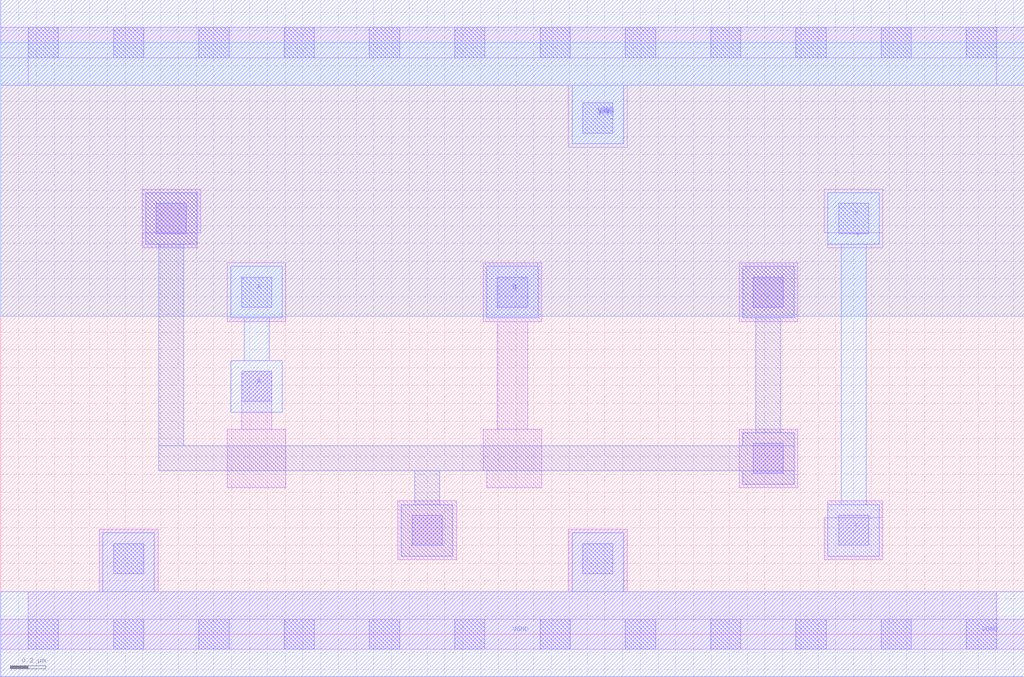
<source format=lef>
VERSION 5.7 ;
  NOWIREEXTENSIONATPIN ON ;
  DIVIDERCHAR "/" ;
  BUSBITCHARS "[]" ;
MACRO OR2X1
  CLASS CORE ;
  FOREIGN OR2X1 ;
  ORIGIN 0.000 0.000 ;
  SIZE 5.760 BY 3.330 ;
  SYMMETRY X Y ;
  SITE unit ;
  PIN A
    ANTENNAGATEAREA 0.189000 ;
    PORT
      LAYER met1 ;
        RECT 1.295 1.780 1.585 2.070 ;
        RECT 1.370 1.540 1.510 1.780 ;
        RECT 1.295 1.250 1.585 1.540 ;
    END
    PORT
      LAYER li1 ;
        RECT 1.275 1.760 1.605 2.090 ;
      LAYER mcon ;
        RECT 1.355 1.840 1.525 2.010 ;
    END
  END A
  PIN B
    ANTENNAGATEAREA 0.189000 ;
    PORT
      LAYER met1 ;
        RECT 2.735 1.780 3.025 2.070 ;
    END
  END B
  PIN VGND
    ANTENNADIFFAREA 0.873600 ;
    PORT
      LAYER met1 ;
        RECT 0.575 0.240 0.865 0.570 ;
        RECT 3.215 0.240 3.505 0.570 ;
        RECT 0.000 -0.240 5.760 0.240 ;
    END
    PORT
      LAYER li1 ;
        RECT 0.555 0.240 0.885 0.590 ;
        RECT 3.195 0.240 3.525 0.590 ;
        RECT 0.155 0.085 5.605 0.240 ;
        RECT 0.000 -0.085 5.760 0.085 ;
      LAYER mcon ;
        RECT 0.635 0.340 0.805 0.510 ;
        RECT 3.275 0.340 3.445 0.510 ;
        RECT 0.155 -0.085 0.325 0.085 ;
        RECT 0.635 -0.085 0.805 0.085 ;
        RECT 1.115 -0.085 1.285 0.085 ;
        RECT 1.595 -0.085 1.765 0.085 ;
        RECT 2.075 -0.085 2.245 0.085 ;
        RECT 2.555 -0.085 2.725 0.085 ;
        RECT 3.035 -0.085 3.205 0.085 ;
        RECT 3.515 -0.085 3.685 0.085 ;
        RECT 3.995 -0.085 4.165 0.085 ;
        RECT 4.475 -0.085 4.645 0.085 ;
        RECT 4.955 -0.085 5.125 0.085 ;
        RECT 5.435 -0.085 5.605 0.085 ;
    END
    PORT
      LAYER met1 ;
        RECT 0.000 3.090 5.760 3.570 ;
        RECT 3.215 2.760 3.505 3.090 ;
    END
  END VGND
  PIN VPWR
    ANTENNADIFFAREA 1.083600 ;
    PORT
      LAYER li1 ;
        RECT 0.000 3.245 5.760 3.415 ;
        RECT 0.155 3.090 5.605 3.245 ;
        RECT 3.195 2.740 3.525 3.090 ;
      LAYER mcon ;
        RECT 0.155 3.245 0.325 3.415 ;
        RECT 0.635 3.245 0.805 3.415 ;
        RECT 1.115 3.245 1.285 3.415 ;
        RECT 1.595 3.245 1.765 3.415 ;
        RECT 2.075 3.245 2.245 3.415 ;
        RECT 2.555 3.245 2.725 3.415 ;
        RECT 3.035 3.245 3.205 3.415 ;
        RECT 3.515 3.245 3.685 3.415 ;
        RECT 3.995 3.245 4.165 3.415 ;
        RECT 4.475 3.245 4.645 3.415 ;
        RECT 4.955 3.245 5.125 3.415 ;
        RECT 5.435 3.245 5.605 3.415 ;
        RECT 3.275 2.820 3.445 2.990 ;
    END
  END VPWR
  PIN Y
    ANTENNADIFFAREA 1.031650 ;
    PORT
      LAYER met1 ;
        RECT 4.655 2.195 4.945 2.485 ;
        RECT 4.730 0.730 4.870 2.195 ;
        RECT 4.655 0.440 4.945 0.730 ;
    END
    PORT
      LAYER li1 ;
        RECT 4.635 2.260 4.965 2.505 ;
        RECT 4.655 2.175 4.965 2.260 ;
      LAYER mcon ;
        RECT 4.715 2.255 4.885 2.425 ;
    END
  END Y
  OBS
      LAYER nwell ;
        RECT 0.000 1.790 5.760 3.330 ;
      LAYER li1 ;
        RECT 0.795 2.260 1.125 2.505 ;
        RECT 0.795 2.175 1.105 2.260 ;
        RECT 2.715 1.760 3.045 2.090 ;
        RECT 4.155 1.760 4.485 2.090 ;
        RECT 1.355 1.155 1.525 1.480 ;
        RECT 2.795 1.155 2.965 1.760 ;
        RECT 1.275 0.825 1.605 1.155 ;
        RECT 2.715 0.920 3.045 1.155 ;
        RECT 2.735 0.825 3.045 0.920 ;
        RECT 4.155 0.825 4.485 1.155 ;
        RECT 2.235 0.420 2.565 0.750 ;
        RECT 4.655 0.655 4.965 0.750 ;
        RECT 4.635 0.420 4.965 0.655 ;
      LAYER mcon ;
        RECT 0.875 2.255 1.045 2.425 ;
        RECT 2.795 1.840 2.965 2.010 ;
        RECT 4.235 1.840 4.405 2.010 ;
        RECT 1.355 1.310 1.525 1.480 ;
        RECT 4.235 0.905 4.405 1.075 ;
        RECT 2.315 0.500 2.485 0.670 ;
        RECT 4.715 0.500 4.885 0.670 ;
      LAYER met1 ;
        RECT 0.815 2.195 1.105 2.485 ;
        RECT 0.890 1.060 1.030 2.195 ;
        RECT 4.175 1.780 4.465 2.070 ;
        RECT 4.250 1.135 4.390 1.780 ;
        RECT 4.175 1.060 4.465 1.135 ;
        RECT 0.890 0.920 4.465 1.060 ;
        RECT 2.330 0.730 2.470 0.920 ;
        RECT 4.175 0.845 4.465 0.920 ;
        RECT 2.255 0.440 2.545 0.730 ;
  END
END OR2X1
END LIBRARY


</source>
